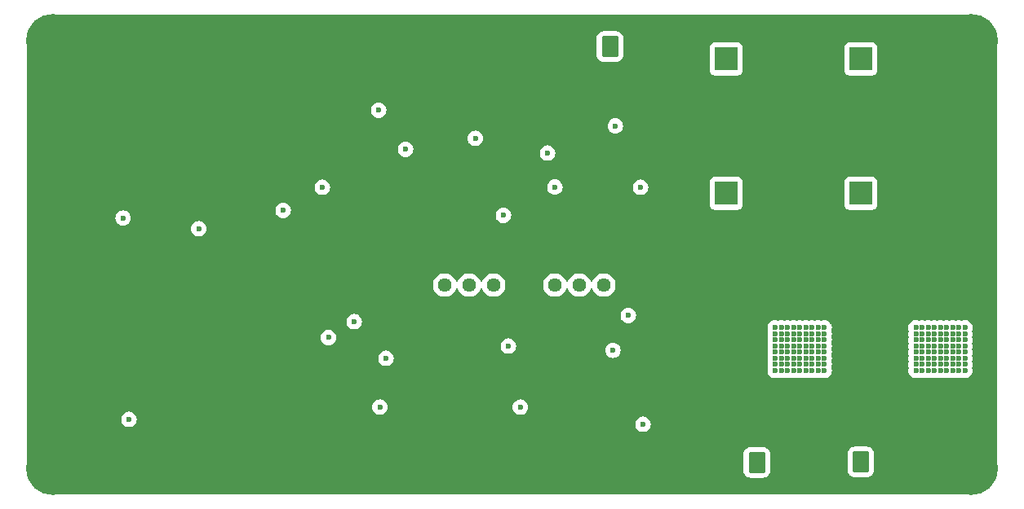
<source format=gbr>
%TF.GenerationSoftware,KiCad,Pcbnew,8.0.1*%
%TF.CreationDate,2024-07-13T13:04:58-04:00*%
%TF.ProjectId,GaN Drain Driver,47614e20-4472-4616-996e-204472697665,v1.0*%
%TF.SameCoordinates,Original*%
%TF.FileFunction,Copper,L2,Inr*%
%TF.FilePolarity,Positive*%
%FSLAX46Y46*%
G04 Gerber Fmt 4.6, Leading zero omitted, Abs format (unit mm)*
G04 Created by KiCad (PCBNEW 8.0.1) date 2024-07-13 13:04:58*
%MOMM*%
%LPD*%
G01*
G04 APERTURE LIST*
G04 Aperture macros list*
%AMRoundRect*
0 Rectangle with rounded corners*
0 $1 Rounding radius*
0 $2 $3 $4 $5 $6 $7 $8 $9 X,Y pos of 4 corners*
0 Add a 4 corners polygon primitive as box body*
4,1,4,$2,$3,$4,$5,$6,$7,$8,$9,$2,$3,0*
0 Add four circle primitives for the rounded corners*
1,1,$1+$1,$2,$3*
1,1,$1+$1,$4,$5*
1,1,$1+$1,$6,$7*
1,1,$1+$1,$8,$9*
0 Add four rect primitives between the rounded corners*
20,1,$1+$1,$2,$3,$4,$5,0*
20,1,$1+$1,$4,$5,$6,$7,0*
20,1,$1+$1,$6,$7,$8,$9,0*
20,1,$1+$1,$8,$9,$2,$3,0*%
G04 Aperture macros list end*
%TA.AperFunction,ComponentPad*%
%ADD10R,2.400000X2.400000*%
%TD*%
%TA.AperFunction,ComponentPad*%
%ADD11C,2.400000*%
%TD*%
%TA.AperFunction,ComponentPad*%
%ADD12RoundRect,0.250000X-0.620000X-0.845000X0.620000X-0.845000X0.620000X0.845000X-0.620000X0.845000X0*%
%TD*%
%TA.AperFunction,ComponentPad*%
%ADD13O,1.740000X2.190000*%
%TD*%
%TA.AperFunction,ComponentPad*%
%ADD14C,5.562600*%
%TD*%
%TA.AperFunction,ComponentPad*%
%ADD15RoundRect,0.250000X0.620000X0.845000X-0.620000X0.845000X-0.620000X-0.845000X0.620000X-0.845000X0*%
%TD*%
%TA.AperFunction,ComponentPad*%
%ADD16C,1.440000*%
%TD*%
%TA.AperFunction,ViaPad*%
%ADD17C,0.600000*%
%TD*%
G04 APERTURE END LIST*
D10*
%TO.N,VCC*%
%TO.C,C20*%
X137795000Y-44450000D03*
D11*
%TO.N,GND*%
X137795000Y-49450000D03*
%TD*%
D10*
%TO.N,VCC*%
%TO.C,C4*%
X123825000Y-44450000D03*
D11*
%TO.N,GND*%
X123825000Y-49450000D03*
%TD*%
D12*
%TO.N,Vd*%
%TO.C,J2*%
X137795000Y-72370000D03*
D13*
%TO.N,GND*%
X140335000Y-72370000D03*
%TD*%
D14*
%TO.N,GND*%
%TO.C,H4*%
X53975000Y-73025000D03*
%TD*%
D10*
%TO.N,VCC*%
%TO.C,C21*%
X123825000Y-30480000D03*
D11*
%TO.N,GND*%
X123825000Y-35480000D03*
%TD*%
D14*
%TO.N,GND*%
%TO.C,H3*%
X149225000Y-73025000D03*
%TD*%
D15*
%TO.N,VCC*%
%TO.C,J4*%
X111760000Y-29190000D03*
D13*
%TO.N,GND*%
X109220000Y-29190000D03*
%TD*%
%TO.N,GND*%
%TO.C,J3*%
X129540000Y-72410000D03*
D12*
%TO.N,Vg*%
X127000000Y-72410000D03*
%TD*%
D10*
%TO.N,VCC*%
%TO.C,C24*%
X137795000Y-30480000D03*
D11*
%TO.N,GND*%
X137795000Y-35480000D03*
%TD*%
D14*
%TO.N,GND*%
%TO.C,H1*%
X149225000Y-28575000D03*
%TD*%
D16*
%TO.N,+3.3V REF*%
%TO.C,RV1*%
X111125000Y-53975000D03*
%TO.N,Net-(U5A-+)*%
X108585000Y-53975000D03*
%TO.N,-3.3V REF*%
X106045000Y-53975000D03*
%TD*%
D14*
%TO.N,GND*%
%TO.C,H2*%
X53975000Y-28575000D03*
%TD*%
D16*
%TO.N,+3.3V REF*%
%TO.C,RV2*%
X99695000Y-53975000D03*
%TO.N,Net-(U6A-+)*%
X97155000Y-53975000D03*
%TO.N,-3.3V REF*%
X94615000Y-53975000D03*
%TD*%
D17*
%TO.N,GND*%
X143510000Y-67310000D03*
X116840000Y-48895000D03*
X116840000Y-44450000D03*
X114300000Y-46355000D03*
X114935000Y-33655000D03*
X117475000Y-40005000D03*
X114935000Y-37465000D03*
X97155000Y-40640000D03*
X97155000Y-42545000D03*
X102870000Y-46355000D03*
X60960000Y-37465000D03*
X68580000Y-37465000D03*
X68580000Y-29210000D03*
X69850000Y-32385000D03*
X126365000Y-60960000D03*
X123825000Y-60960000D03*
X122555000Y-69215000D03*
X72390000Y-52705000D03*
X65405000Y-29210000D03*
X92710000Y-29210000D03*
X65405000Y-71755000D03*
X75565000Y-73025000D03*
X83820000Y-72390000D03*
X91440000Y-73025000D03*
X135255000Y-65405000D03*
X138430000Y-66675000D03*
X147955000Y-67310000D03*
X139700000Y-60960000D03*
X136525000Y-60325000D03*
X118745000Y-59055000D03*
X122555000Y-61595000D03*
X125095000Y-60960000D03*
X125095000Y-64770000D03*
X123825000Y-64770000D03*
X126365000Y-64770000D03*
X122555000Y-64135000D03*
X122555000Y-62865000D03*
X115570000Y-62230000D03*
X116205000Y-65405000D03*
X115570000Y-71755000D03*
X99695000Y-71755000D03*
X106045000Y-71755000D03*
X104140000Y-59690000D03*
X97155000Y-59055000D03*
X92710000Y-64135000D03*
X89535000Y-49530000D03*
X84455000Y-54610000D03*
X56515000Y-52070000D03*
X53340000Y-57785000D03*
X55245000Y-58420000D03*
X53340000Y-64135000D03*
X63500000Y-66040000D03*
X66040000Y-66040000D03*
X68580000Y-66040000D03*
X68580000Y-64135000D03*
X66040000Y-64135000D03*
X58420000Y-57785000D03*
X64770000Y-50165000D03*
X70485000Y-43815000D03*
X65405000Y-45720000D03*
X60960000Y-40640000D03*
X59055000Y-45720000D03*
X59055000Y-41910000D03*
X54610000Y-46990000D03*
X64770000Y-37465000D03*
X77470000Y-29845000D03*
X85090000Y-35814000D03*
X86360000Y-33020000D03*
X105410000Y-35560000D03*
X95250000Y-36830000D03*
X102870000Y-29210000D03*
X97790000Y-32385000D03*
%TO.N,Vd*%
X133350000Y-62865000D03*
X131445000Y-62865000D03*
X128905000Y-62865000D03*
X130810000Y-62865000D03*
X132080000Y-62865000D03*
X130175000Y-62865000D03*
X129540000Y-62865000D03*
X132715000Y-62865000D03*
X133985000Y-62865000D03*
X132715000Y-62230000D03*
X133985000Y-62230000D03*
X130175000Y-62230000D03*
X133350000Y-62230000D03*
X130810000Y-62230000D03*
X129540000Y-62230000D03*
X131445000Y-62230000D03*
X132080000Y-62230000D03*
X128905000Y-62230000D03*
X129540000Y-61595000D03*
X130175000Y-61595000D03*
X133350000Y-61595000D03*
X131445000Y-61595000D03*
X132080000Y-61595000D03*
X128905000Y-61595000D03*
X130810000Y-61595000D03*
X132715000Y-61595000D03*
X133985000Y-61595000D03*
X132715000Y-60960000D03*
X133985000Y-60960000D03*
X129540000Y-60960000D03*
X133350000Y-60960000D03*
X131445000Y-60960000D03*
X130810000Y-60960000D03*
X128905000Y-60960000D03*
X132080000Y-60960000D03*
X130175000Y-60960000D03*
X132080000Y-60325000D03*
X130175000Y-60325000D03*
X133985000Y-60325000D03*
X130810000Y-60325000D03*
X132715000Y-60325000D03*
X128905000Y-60325000D03*
X129540000Y-60325000D03*
X131445000Y-60325000D03*
X133350000Y-60325000D03*
X129540000Y-59690000D03*
X131445000Y-59690000D03*
X133350000Y-59690000D03*
X128905000Y-59690000D03*
X132080000Y-59690000D03*
X133985000Y-59690000D03*
X130810000Y-59690000D03*
X130175000Y-59690000D03*
X132715000Y-59690000D03*
X133350000Y-59055000D03*
X132715000Y-59055000D03*
X133985000Y-59055000D03*
X130810000Y-59055000D03*
X130175000Y-59055000D03*
X129540000Y-59055000D03*
X132080000Y-59055000D03*
X131445000Y-59055000D03*
X128905000Y-59055000D03*
X133985000Y-58420000D03*
X132715000Y-58420000D03*
X133350000Y-58420000D03*
X132080000Y-58420000D03*
X131445000Y-58420000D03*
X130810000Y-58420000D03*
X130175000Y-58420000D03*
X129540000Y-58420000D03*
X128905000Y-58420000D03*
%TO.N,VCC*%
X146050000Y-59055000D03*
X146685000Y-59690000D03*
X147320000Y-59055000D03*
X146685000Y-59055000D03*
X146685000Y-58420000D03*
X147955000Y-58420000D03*
X147955000Y-59690000D03*
X147955000Y-59055000D03*
X148590000Y-59055000D03*
X148590000Y-60325000D03*
X147955000Y-60960000D03*
X147955000Y-60325000D03*
X147320000Y-60325000D03*
X146685000Y-60325000D03*
X146685000Y-60960000D03*
X146050000Y-60325000D03*
X145415000Y-59690000D03*
X145415000Y-60960000D03*
X145415000Y-60325000D03*
X144780000Y-60325000D03*
X144780000Y-59055000D03*
X145415000Y-59055000D03*
X145415000Y-58420000D03*
X144145000Y-58420000D03*
X144145000Y-59690000D03*
X144145000Y-59055000D03*
X143510000Y-59055000D03*
X143510000Y-60325000D03*
X144145000Y-60325000D03*
X144145000Y-60960000D03*
X143510000Y-61595000D03*
X144145000Y-61595000D03*
X144780000Y-61595000D03*
X145415000Y-61595000D03*
X146050000Y-61595000D03*
X146685000Y-61595000D03*
X147320000Y-61595000D03*
X147955000Y-61595000D03*
X148590000Y-61595000D03*
X148590000Y-62865000D03*
X147955000Y-62230000D03*
X147955000Y-62865000D03*
X147320000Y-62865000D03*
X146685000Y-62230000D03*
X146685000Y-62865000D03*
X146050000Y-62865000D03*
X145415000Y-62230000D03*
X145415000Y-62865000D03*
X144780000Y-62865000D03*
X144145000Y-62230000D03*
X144145000Y-62865000D03*
X143510000Y-62865000D03*
X143510000Y-62230000D03*
X144780000Y-62230000D03*
X146050000Y-62230000D03*
X147320000Y-62230000D03*
X148590000Y-62230000D03*
X148590000Y-60960000D03*
X147320000Y-60960000D03*
X146050000Y-60960000D03*
X144780000Y-60960000D03*
X143510000Y-60960000D03*
X143510000Y-59690000D03*
X144780000Y-59690000D03*
X146050000Y-59690000D03*
X147320000Y-59690000D03*
X148590000Y-59690000D03*
X148590000Y-58420000D03*
X147320000Y-58420000D03*
X146050000Y-58420000D03*
X144780000Y-58420000D03*
X143510000Y-58420000D03*
%TO.N,+5V*%
X112064800Y-60756800D03*
%TO.N,GND*%
X103022400Y-54051200D03*
%TO.N,-5V*%
X102463600Y-66675000D03*
%TO.N,Vg*%
X101219000Y-60325000D03*
X105283000Y-40259000D03*
%TO.N,GND*%
X81026000Y-42545000D03*
%TO.N,~{SD}*%
X81915000Y-43815000D03*
X97790000Y-38735000D03*
%TO.N,Net-(U6A-+)*%
X106045000Y-43789600D03*
%TO.N,GND*%
X109855000Y-55880000D03*
X109220000Y-59055000D03*
X108585000Y-43815000D03*
X107950000Y-46355000D03*
%TO.N,VCC*%
X82550000Y-59436000D03*
%TO.N,+5V*%
X61849000Y-67945000D03*
X88519000Y-61595000D03*
X112318800Y-37439600D03*
X114935000Y-43815000D03*
%TO.N,-5V*%
X100711000Y-46736000D03*
X69088000Y-48133000D03*
%TO.N,+5V*%
X77851000Y-46228000D03*
X61244500Y-47020500D03*
%TO.N,+3.3V REF*%
X85217000Y-57785000D03*
%TO.N,Net-(D3-K)*%
X90551000Y-39878000D03*
X87757000Y-35814000D03*
%TO.N,-3.3V REF*%
X113665000Y-57150000D03*
%TO.N,+3.3V REF*%
X115189000Y-68453000D03*
X87884000Y-66675000D03*
%TO.N,GND*%
X98425000Y-67310000D03*
X98425000Y-69850000D03*
X106426000Y-69850000D03*
X110617000Y-67437000D03*
%TD*%
%TA.AperFunction,Conductor*%
%TO.N,GND*%
G36*
X149228472Y-25900695D02*
G01*
X149517507Y-25916927D01*
X149531305Y-25918481D01*
X149813265Y-25966388D01*
X149826821Y-25969482D01*
X150101642Y-26048657D01*
X150114768Y-26053250D01*
X150378994Y-26162696D01*
X150391508Y-26168722D01*
X150641830Y-26307070D01*
X150653603Y-26314468D01*
X150886843Y-26479961D01*
X150897704Y-26488622D01*
X151110964Y-26679202D01*
X151120797Y-26689035D01*
X151311373Y-26902290D01*
X151320042Y-26913162D01*
X151485530Y-27146395D01*
X151492929Y-27158169D01*
X151631273Y-27408484D01*
X151637306Y-27421012D01*
X151746749Y-27685232D01*
X151751342Y-27698357D01*
X151830517Y-27973178D01*
X151833611Y-27986735D01*
X151881516Y-28268684D01*
X151883073Y-28282502D01*
X151899305Y-28571527D01*
X151899500Y-28578480D01*
X151899500Y-73021519D01*
X151899305Y-73028472D01*
X151883073Y-73317497D01*
X151881516Y-73331315D01*
X151833611Y-73613264D01*
X151830517Y-73626821D01*
X151751342Y-73901642D01*
X151746749Y-73914767D01*
X151637306Y-74178987D01*
X151631273Y-74191515D01*
X151492929Y-74441830D01*
X151485530Y-74453604D01*
X151320042Y-74686837D01*
X151311373Y-74697709D01*
X151120797Y-74910964D01*
X151110964Y-74920797D01*
X150897709Y-75111373D01*
X150886837Y-75120042D01*
X150653604Y-75285530D01*
X150641830Y-75292929D01*
X150391515Y-75431273D01*
X150378987Y-75437306D01*
X150114767Y-75546749D01*
X150101642Y-75551342D01*
X149826821Y-75630517D01*
X149813264Y-75633611D01*
X149531315Y-75681516D01*
X149517497Y-75683073D01*
X149228472Y-75699305D01*
X149221519Y-75699500D01*
X53978481Y-75699500D01*
X53971528Y-75699305D01*
X53682502Y-75683073D01*
X53668684Y-75681516D01*
X53386735Y-75633611D01*
X53373178Y-75630517D01*
X53098357Y-75551342D01*
X53085232Y-75546749D01*
X52821012Y-75437306D01*
X52808484Y-75431273D01*
X52558169Y-75292929D01*
X52546395Y-75285530D01*
X52313162Y-75120042D01*
X52302290Y-75111373D01*
X52089035Y-74920797D01*
X52079202Y-74910964D01*
X51888626Y-74697709D01*
X51879961Y-74686843D01*
X51714468Y-74453603D01*
X51707070Y-74441830D01*
X51568726Y-74191515D01*
X51562696Y-74178994D01*
X51453250Y-73914767D01*
X51448657Y-73901642D01*
X51369482Y-73626821D01*
X51366388Y-73613264D01*
X51359773Y-73574331D01*
X51318481Y-73331305D01*
X51316927Y-73317507D01*
X51316225Y-73305001D01*
X125629500Y-73305001D01*
X125629501Y-73305018D01*
X125640000Y-73407796D01*
X125640001Y-73407799D01*
X125681930Y-73534331D01*
X125695186Y-73574334D01*
X125787288Y-73723656D01*
X125911344Y-73847712D01*
X126060666Y-73939814D01*
X126227203Y-73994999D01*
X126329991Y-74005500D01*
X127670008Y-74005499D01*
X127772797Y-73994999D01*
X127939334Y-73939814D01*
X128088656Y-73847712D01*
X128212712Y-73723656D01*
X128304814Y-73574334D01*
X128359999Y-73407797D01*
X128370500Y-73305009D01*
X128370500Y-73265001D01*
X136424500Y-73265001D01*
X136424501Y-73265018D01*
X136435000Y-73367796D01*
X136435001Y-73367799D01*
X136448256Y-73407799D01*
X136490186Y-73534334D01*
X136582288Y-73683656D01*
X136706344Y-73807712D01*
X136855666Y-73899814D01*
X137022203Y-73954999D01*
X137124991Y-73965500D01*
X138465008Y-73965499D01*
X138567797Y-73954999D01*
X138734334Y-73899814D01*
X138883656Y-73807712D01*
X139007712Y-73683656D01*
X139099814Y-73534334D01*
X139154999Y-73367797D01*
X139165500Y-73265009D01*
X139165499Y-71474992D01*
X139154999Y-71372203D01*
X139099814Y-71205666D01*
X139007712Y-71056344D01*
X138883656Y-70932288D01*
X138734334Y-70840186D01*
X138567797Y-70785001D01*
X138567795Y-70785000D01*
X138465010Y-70774500D01*
X137124998Y-70774500D01*
X137124981Y-70774501D01*
X137022203Y-70785000D01*
X137022200Y-70785001D01*
X136855668Y-70840185D01*
X136855663Y-70840187D01*
X136706342Y-70932289D01*
X136582289Y-71056342D01*
X136490187Y-71205663D01*
X136490185Y-71205668D01*
X136462349Y-71289670D01*
X136435001Y-71372203D01*
X136435001Y-71372204D01*
X136435000Y-71372204D01*
X136424500Y-71474983D01*
X136424500Y-73265001D01*
X128370500Y-73265001D01*
X128370499Y-71514992D01*
X128359999Y-71412203D01*
X128304814Y-71245666D01*
X128212712Y-71096344D01*
X128088656Y-70972288D01*
X127939334Y-70880186D01*
X127772797Y-70825001D01*
X127772795Y-70825000D01*
X127670010Y-70814500D01*
X126329998Y-70814500D01*
X126329981Y-70814501D01*
X126227203Y-70825000D01*
X126227200Y-70825001D01*
X126060668Y-70880185D01*
X126060663Y-70880187D01*
X125911342Y-70972289D01*
X125787289Y-71096342D01*
X125695187Y-71245663D01*
X125695186Y-71245666D01*
X125640001Y-71412203D01*
X125640001Y-71412204D01*
X125640000Y-71412204D01*
X125629500Y-71514983D01*
X125629500Y-73305001D01*
X51316225Y-73305001D01*
X51300695Y-73028472D01*
X51300500Y-73021519D01*
X51300500Y-67945003D01*
X61043435Y-67945003D01*
X61063630Y-68124249D01*
X61063631Y-68124254D01*
X61123211Y-68294523D01*
X61219184Y-68447262D01*
X61346738Y-68574816D01*
X61499478Y-68670789D01*
X61669745Y-68730368D01*
X61669750Y-68730369D01*
X61848996Y-68750565D01*
X61849000Y-68750565D01*
X61849004Y-68750565D01*
X62028249Y-68730369D01*
X62028252Y-68730368D01*
X62028255Y-68730368D01*
X62198522Y-68670789D01*
X62351262Y-68574816D01*
X62473075Y-68453003D01*
X114383435Y-68453003D01*
X114403630Y-68632249D01*
X114403631Y-68632254D01*
X114463211Y-68802523D01*
X114559184Y-68955262D01*
X114686738Y-69082816D01*
X114839478Y-69178789D01*
X115009745Y-69238368D01*
X115009750Y-69238369D01*
X115188996Y-69258565D01*
X115189000Y-69258565D01*
X115189004Y-69258565D01*
X115368249Y-69238369D01*
X115368252Y-69238368D01*
X115368255Y-69238368D01*
X115538522Y-69178789D01*
X115691262Y-69082816D01*
X115818816Y-68955262D01*
X115914789Y-68802522D01*
X115974368Y-68632255D01*
X115994565Y-68453000D01*
X115993918Y-68447262D01*
X115974369Y-68273750D01*
X115974368Y-68273745D01*
X115914788Y-68103476D01*
X115818815Y-67950737D01*
X115691262Y-67823184D01*
X115538523Y-67727211D01*
X115368254Y-67667631D01*
X115368249Y-67667630D01*
X115189004Y-67647435D01*
X115188996Y-67647435D01*
X115009750Y-67667630D01*
X115009745Y-67667631D01*
X114839476Y-67727211D01*
X114686737Y-67823184D01*
X114559184Y-67950737D01*
X114463211Y-68103476D01*
X114403631Y-68273745D01*
X114403630Y-68273750D01*
X114383435Y-68452996D01*
X114383435Y-68453003D01*
X62473075Y-68453003D01*
X62478816Y-68447262D01*
X62574789Y-68294522D01*
X62634368Y-68124255D01*
X62636709Y-68103478D01*
X62654565Y-67945003D01*
X62654565Y-67944996D01*
X62634369Y-67765750D01*
X62634368Y-67765745D01*
X62600036Y-67667630D01*
X62574789Y-67595478D01*
X62478816Y-67442738D01*
X62351262Y-67315184D01*
X62198523Y-67219211D01*
X62028254Y-67159631D01*
X62028249Y-67159630D01*
X61849004Y-67139435D01*
X61848996Y-67139435D01*
X61669750Y-67159630D01*
X61669745Y-67159631D01*
X61499476Y-67219211D01*
X61346737Y-67315184D01*
X61219184Y-67442737D01*
X61123211Y-67595476D01*
X61063631Y-67765745D01*
X61063630Y-67765750D01*
X61043435Y-67944996D01*
X61043435Y-67945003D01*
X51300500Y-67945003D01*
X51300500Y-66675003D01*
X87078435Y-66675003D01*
X87098630Y-66854249D01*
X87098631Y-66854254D01*
X87158211Y-67024523D01*
X87230416Y-67139435D01*
X87254184Y-67177262D01*
X87381738Y-67304816D01*
X87534478Y-67400789D01*
X87704745Y-67460368D01*
X87704750Y-67460369D01*
X87883996Y-67480565D01*
X87884000Y-67480565D01*
X87884004Y-67480565D01*
X88063249Y-67460369D01*
X88063252Y-67460368D01*
X88063255Y-67460368D01*
X88233522Y-67400789D01*
X88386262Y-67304816D01*
X88513816Y-67177262D01*
X88609789Y-67024522D01*
X88669368Y-66854255D01*
X88689565Y-66675003D01*
X101658035Y-66675003D01*
X101678230Y-66854249D01*
X101678231Y-66854254D01*
X101737811Y-67024523D01*
X101810016Y-67139435D01*
X101833784Y-67177262D01*
X101961338Y-67304816D01*
X102114078Y-67400789D01*
X102284345Y-67460368D01*
X102284350Y-67460369D01*
X102463596Y-67480565D01*
X102463600Y-67480565D01*
X102463604Y-67480565D01*
X102642849Y-67460369D01*
X102642852Y-67460368D01*
X102642855Y-67460368D01*
X102813122Y-67400789D01*
X102965862Y-67304816D01*
X103093416Y-67177262D01*
X103189389Y-67024522D01*
X103248968Y-66854255D01*
X103269165Y-66675000D01*
X103248968Y-66495745D01*
X103189389Y-66325478D01*
X103093416Y-66172738D01*
X102965862Y-66045184D01*
X102813123Y-65949211D01*
X102642854Y-65889631D01*
X102642849Y-65889630D01*
X102463604Y-65869435D01*
X102463596Y-65869435D01*
X102284350Y-65889630D01*
X102284345Y-65889631D01*
X102114076Y-65949211D01*
X101961337Y-66045184D01*
X101833784Y-66172737D01*
X101737811Y-66325476D01*
X101678231Y-66495745D01*
X101678230Y-66495750D01*
X101658035Y-66674996D01*
X101658035Y-66675003D01*
X88689565Y-66675003D01*
X88689565Y-66675000D01*
X88669368Y-66495745D01*
X88609789Y-66325478D01*
X88513816Y-66172738D01*
X88386262Y-66045184D01*
X88233523Y-65949211D01*
X88063254Y-65889631D01*
X88063249Y-65889630D01*
X87884004Y-65869435D01*
X87883996Y-65869435D01*
X87704750Y-65889630D01*
X87704745Y-65889631D01*
X87534476Y-65949211D01*
X87381737Y-66045184D01*
X87254184Y-66172737D01*
X87158211Y-66325476D01*
X87098631Y-66495745D01*
X87098630Y-66495750D01*
X87078435Y-66674996D01*
X87078435Y-66675003D01*
X51300500Y-66675003D01*
X51300500Y-62865003D01*
X128099435Y-62865003D01*
X128119630Y-63044249D01*
X128119631Y-63044254D01*
X128179211Y-63214523D01*
X128275184Y-63367262D01*
X128402738Y-63494816D01*
X128555478Y-63590789D01*
X128628453Y-63616324D01*
X128725745Y-63650368D01*
X128725750Y-63650369D01*
X128904996Y-63670565D01*
X128905000Y-63670565D01*
X128905004Y-63670565D01*
X129084251Y-63650369D01*
X129084253Y-63650368D01*
X129084255Y-63650368D01*
X129181545Y-63616323D01*
X129251323Y-63612761D01*
X129263455Y-63616324D01*
X129360748Y-63650369D01*
X129539996Y-63670565D01*
X129540000Y-63670565D01*
X129540004Y-63670565D01*
X129719251Y-63650369D01*
X129719253Y-63650368D01*
X129719255Y-63650368D01*
X129816545Y-63616323D01*
X129886323Y-63612761D01*
X129898455Y-63616324D01*
X129995748Y-63650369D01*
X130174996Y-63670565D01*
X130175000Y-63670565D01*
X130175004Y-63670565D01*
X130354251Y-63650369D01*
X130354253Y-63650368D01*
X130354255Y-63650368D01*
X130451545Y-63616323D01*
X130521323Y-63612761D01*
X130533455Y-63616324D01*
X130630748Y-63650369D01*
X130809996Y-63670565D01*
X130810000Y-63670565D01*
X130810004Y-63670565D01*
X130989251Y-63650369D01*
X130989253Y-63650368D01*
X130989255Y-63650368D01*
X131086545Y-63616323D01*
X131156323Y-63612761D01*
X131168455Y-63616324D01*
X131265748Y-63650369D01*
X131444996Y-63670565D01*
X131445000Y-63670565D01*
X131445004Y-63670565D01*
X131624251Y-63650369D01*
X131624253Y-63650368D01*
X131624255Y-63650368D01*
X131721545Y-63616323D01*
X131791323Y-63612761D01*
X131803455Y-63616324D01*
X131900748Y-63650369D01*
X132079996Y-63670565D01*
X132080000Y-63670565D01*
X132080004Y-63670565D01*
X132259251Y-63650369D01*
X132259253Y-63650368D01*
X132259255Y-63650368D01*
X132356545Y-63616323D01*
X132426323Y-63612761D01*
X132438455Y-63616324D01*
X132535748Y-63650369D01*
X132714996Y-63670565D01*
X132715000Y-63670565D01*
X132715004Y-63670565D01*
X132894251Y-63650369D01*
X132894253Y-63650368D01*
X132894255Y-63650368D01*
X132991545Y-63616323D01*
X133061323Y-63612761D01*
X133073455Y-63616324D01*
X133170748Y-63650369D01*
X133349996Y-63670565D01*
X133350000Y-63670565D01*
X133350004Y-63670565D01*
X133529251Y-63650369D01*
X133529253Y-63650368D01*
X133529255Y-63650368D01*
X133626545Y-63616323D01*
X133696323Y-63612761D01*
X133708455Y-63616324D01*
X133805748Y-63650369D01*
X133984996Y-63670565D01*
X133985000Y-63670565D01*
X133985004Y-63670565D01*
X134164249Y-63650369D01*
X134164252Y-63650368D01*
X134164255Y-63650368D01*
X134334522Y-63590789D01*
X134487262Y-63494816D01*
X134614816Y-63367262D01*
X134710789Y-63214522D01*
X134770368Y-63044255D01*
X134790565Y-62865003D01*
X142704435Y-62865003D01*
X142724630Y-63044249D01*
X142724631Y-63044254D01*
X142784211Y-63214523D01*
X142880184Y-63367262D01*
X143007738Y-63494816D01*
X143160478Y-63590789D01*
X143233453Y-63616324D01*
X143330745Y-63650368D01*
X143330750Y-63650369D01*
X143509996Y-63670565D01*
X143510000Y-63670565D01*
X143510004Y-63670565D01*
X143689251Y-63650369D01*
X143689253Y-63650368D01*
X143689255Y-63650368D01*
X143786545Y-63616323D01*
X143856323Y-63612761D01*
X143868455Y-63616324D01*
X143965748Y-63650369D01*
X144144996Y-63670565D01*
X144145000Y-63670565D01*
X144145004Y-63670565D01*
X144324251Y-63650369D01*
X144324253Y-63650368D01*
X144324255Y-63650368D01*
X144421545Y-63616323D01*
X144491323Y-63612761D01*
X144503455Y-63616324D01*
X144600748Y-63650369D01*
X144779996Y-63670565D01*
X144780000Y-63670565D01*
X144780004Y-63670565D01*
X144959251Y-63650369D01*
X144959253Y-63650368D01*
X144959255Y-63650368D01*
X145056545Y-63616323D01*
X145126323Y-63612761D01*
X145138455Y-63616324D01*
X145235748Y-63650369D01*
X145414996Y-63670565D01*
X145415000Y-63670565D01*
X145415004Y-63670565D01*
X145594251Y-63650369D01*
X145594253Y-63650368D01*
X145594255Y-63650368D01*
X145691545Y-63616323D01*
X145761323Y-63612761D01*
X145773455Y-63616324D01*
X145870748Y-63650369D01*
X146049996Y-63670565D01*
X146050000Y-63670565D01*
X146050004Y-63670565D01*
X146229251Y-63650369D01*
X146229253Y-63650368D01*
X146229255Y-63650368D01*
X146326545Y-63616323D01*
X146396323Y-63612761D01*
X146408455Y-63616324D01*
X146505748Y-63650369D01*
X146684996Y-63670565D01*
X146685000Y-63670565D01*
X146685004Y-63670565D01*
X146864251Y-63650369D01*
X146864253Y-63650368D01*
X146864255Y-63650368D01*
X146961545Y-63616323D01*
X147031323Y-63612761D01*
X147043455Y-63616324D01*
X147140748Y-63650369D01*
X147319996Y-63670565D01*
X147320000Y-63670565D01*
X147320004Y-63670565D01*
X147499251Y-63650369D01*
X147499253Y-63650368D01*
X147499255Y-63650368D01*
X147596545Y-63616323D01*
X147666323Y-63612761D01*
X147678455Y-63616324D01*
X147775748Y-63650369D01*
X147954996Y-63670565D01*
X147955000Y-63670565D01*
X147955004Y-63670565D01*
X148134251Y-63650369D01*
X148134253Y-63650368D01*
X148134255Y-63650368D01*
X148231545Y-63616323D01*
X148301323Y-63612761D01*
X148313455Y-63616324D01*
X148410748Y-63650369D01*
X148589996Y-63670565D01*
X148590000Y-63670565D01*
X148590004Y-63670565D01*
X148769249Y-63650369D01*
X148769252Y-63650368D01*
X148769255Y-63650368D01*
X148939522Y-63590789D01*
X149092262Y-63494816D01*
X149219816Y-63367262D01*
X149315789Y-63214522D01*
X149375368Y-63044255D01*
X149395565Y-62865000D01*
X149375369Y-62685750D01*
X149375369Y-62685748D01*
X149341324Y-62588455D01*
X149337761Y-62518677D01*
X149341324Y-62506545D01*
X149375369Y-62409251D01*
X149395565Y-62230003D01*
X149395565Y-62229996D01*
X149375369Y-62050748D01*
X149341324Y-61953455D01*
X149337761Y-61883677D01*
X149341324Y-61871545D01*
X149375369Y-61774251D01*
X149395565Y-61595003D01*
X149395565Y-61594996D01*
X149375369Y-61415748D01*
X149341324Y-61318455D01*
X149337761Y-61248677D01*
X149341324Y-61236545D01*
X149375369Y-61139251D01*
X149395565Y-60960003D01*
X149395565Y-60959996D01*
X149375369Y-60780748D01*
X149341324Y-60683455D01*
X149337761Y-60613677D01*
X149341324Y-60601545D01*
X149375369Y-60504251D01*
X149395565Y-60325003D01*
X149395565Y-60324996D01*
X149375369Y-60145748D01*
X149341324Y-60048455D01*
X149337761Y-59978677D01*
X149341324Y-59966545D01*
X149375369Y-59869251D01*
X149395565Y-59690003D01*
X149395565Y-59689996D01*
X149375369Y-59510748D01*
X149341324Y-59413455D01*
X149337761Y-59343677D01*
X149341324Y-59331545D01*
X149375369Y-59234251D01*
X149395565Y-59055003D01*
X149395565Y-59054996D01*
X149375369Y-58875748D01*
X149341324Y-58778455D01*
X149337761Y-58708677D01*
X149341324Y-58696545D01*
X149375369Y-58599251D01*
X149395565Y-58420003D01*
X149395565Y-58419996D01*
X149375369Y-58240750D01*
X149375368Y-58240745D01*
X149315788Y-58070476D01*
X149276582Y-58008080D01*
X149219816Y-57917738D01*
X149092262Y-57790184D01*
X148939523Y-57694211D01*
X148769254Y-57634631D01*
X148769249Y-57634630D01*
X148590004Y-57614435D01*
X148589996Y-57614435D01*
X148410750Y-57634630D01*
X148410742Y-57634632D01*
X148313454Y-57668675D01*
X148243676Y-57672236D01*
X148231546Y-57668675D01*
X148134257Y-57634632D01*
X148134249Y-57634630D01*
X147955004Y-57614435D01*
X147954996Y-57614435D01*
X147775750Y-57634630D01*
X147775742Y-57634632D01*
X147678454Y-57668675D01*
X147608676Y-57672236D01*
X147596546Y-57668675D01*
X147499257Y-57634632D01*
X147499249Y-57634630D01*
X147320004Y-57614435D01*
X147319996Y-57614435D01*
X147140750Y-57634630D01*
X147140742Y-57634632D01*
X147043454Y-57668675D01*
X146973676Y-57672236D01*
X146961546Y-57668675D01*
X146864257Y-57634632D01*
X146864249Y-57634630D01*
X146685004Y-57614435D01*
X146684996Y-57614435D01*
X146505750Y-57634630D01*
X146505742Y-57634632D01*
X146408454Y-57668675D01*
X146338676Y-57672236D01*
X146326546Y-57668675D01*
X146229257Y-57634632D01*
X146229249Y-57634630D01*
X146050004Y-57614435D01*
X146049996Y-57614435D01*
X145870750Y-57634630D01*
X145870742Y-57634632D01*
X145773454Y-57668675D01*
X145703676Y-57672236D01*
X145691546Y-57668675D01*
X145594257Y-57634632D01*
X145594249Y-57634630D01*
X145415004Y-57614435D01*
X145414996Y-57614435D01*
X145235750Y-57634630D01*
X145235742Y-57634632D01*
X145138454Y-57668675D01*
X145068676Y-57672236D01*
X145056546Y-57668675D01*
X144959257Y-57634632D01*
X144959249Y-57634630D01*
X144780004Y-57614435D01*
X144779996Y-57614435D01*
X144600750Y-57634630D01*
X144600742Y-57634632D01*
X144503454Y-57668675D01*
X144433676Y-57672236D01*
X144421546Y-57668675D01*
X144324257Y-57634632D01*
X144324249Y-57634630D01*
X144145004Y-57614435D01*
X144144996Y-57614435D01*
X143965750Y-57634630D01*
X143965742Y-57634632D01*
X143868454Y-57668675D01*
X143798676Y-57672236D01*
X143786546Y-57668675D01*
X143689257Y-57634632D01*
X143689249Y-57634630D01*
X143510004Y-57614435D01*
X143509996Y-57614435D01*
X143330750Y-57634630D01*
X143330745Y-57634631D01*
X143160476Y-57694211D01*
X143007737Y-57790184D01*
X142880184Y-57917737D01*
X142784211Y-58070476D01*
X142724631Y-58240745D01*
X142724630Y-58240750D01*
X142704435Y-58419996D01*
X142704435Y-58420003D01*
X142724630Y-58599249D01*
X142724632Y-58599257D01*
X142758675Y-58696546D01*
X142762236Y-58766324D01*
X142758675Y-58778454D01*
X142724632Y-58875742D01*
X142724630Y-58875750D01*
X142704435Y-59054996D01*
X142704435Y-59055003D01*
X142724630Y-59234249D01*
X142724632Y-59234257D01*
X142758675Y-59331546D01*
X142762236Y-59401324D01*
X142758675Y-59413454D01*
X142724632Y-59510742D01*
X142724630Y-59510750D01*
X142704435Y-59689996D01*
X142704435Y-59690003D01*
X142724630Y-59869249D01*
X142724632Y-59869257D01*
X142758675Y-59966546D01*
X142762236Y-60036324D01*
X142758675Y-60048454D01*
X142724632Y-60145742D01*
X142724630Y-60145750D01*
X142704435Y-60324996D01*
X142704435Y-60325003D01*
X142724630Y-60504249D01*
X142724632Y-60504257D01*
X142758675Y-60601546D01*
X142762236Y-60671324D01*
X142758675Y-60683454D01*
X142724632Y-60780742D01*
X142724630Y-60780750D01*
X142704435Y-60959996D01*
X142704435Y-60960003D01*
X142724630Y-61139249D01*
X142724632Y-61139257D01*
X142758675Y-61236546D01*
X142762236Y-61306324D01*
X142758675Y-61318454D01*
X142724632Y-61415742D01*
X142724630Y-61415750D01*
X142704435Y-61594996D01*
X142704435Y-61595003D01*
X142724630Y-61774249D01*
X142724632Y-61774257D01*
X142758675Y-61871546D01*
X142762236Y-61941324D01*
X142758675Y-61953454D01*
X142724632Y-62050742D01*
X142724630Y-62050750D01*
X142704435Y-62229996D01*
X142704435Y-62230003D01*
X142724630Y-62409249D01*
X142724632Y-62409257D01*
X142758675Y-62506546D01*
X142762236Y-62576324D01*
X142758675Y-62588454D01*
X142724632Y-62685742D01*
X142724630Y-62685750D01*
X142704435Y-62864996D01*
X142704435Y-62865003D01*
X134790565Y-62865003D01*
X134790565Y-62865000D01*
X134770369Y-62685750D01*
X134770369Y-62685748D01*
X134736324Y-62588455D01*
X134732761Y-62518677D01*
X134736324Y-62506545D01*
X134770369Y-62409251D01*
X134790565Y-62230003D01*
X134790565Y-62229996D01*
X134770369Y-62050748D01*
X134736324Y-61953455D01*
X134732761Y-61883677D01*
X134736324Y-61871545D01*
X134770369Y-61774251D01*
X134790565Y-61595003D01*
X134790565Y-61594996D01*
X134770369Y-61415748D01*
X134736324Y-61318455D01*
X134732761Y-61248677D01*
X134736324Y-61236545D01*
X134770369Y-61139251D01*
X134790565Y-60960003D01*
X134790565Y-60959996D01*
X134770369Y-60780748D01*
X134736324Y-60683455D01*
X134732761Y-60613677D01*
X134736324Y-60601545D01*
X134770369Y-60504251D01*
X134790565Y-60325003D01*
X134790565Y-60324996D01*
X134770369Y-60145748D01*
X134736324Y-60048455D01*
X134732761Y-59978677D01*
X134736324Y-59966545D01*
X134770369Y-59869251D01*
X134790565Y-59690003D01*
X134790565Y-59689996D01*
X134770369Y-59510748D01*
X134736324Y-59413455D01*
X134732761Y-59343677D01*
X134736324Y-59331545D01*
X134770369Y-59234251D01*
X134790565Y-59055003D01*
X134790565Y-59054996D01*
X134770369Y-58875748D01*
X134736324Y-58778455D01*
X134732761Y-58708677D01*
X134736324Y-58696545D01*
X134770369Y-58599251D01*
X134790565Y-58420003D01*
X134790565Y-58419996D01*
X134770369Y-58240750D01*
X134770368Y-58240745D01*
X134710788Y-58070476D01*
X134671582Y-58008080D01*
X134614816Y-57917738D01*
X134487262Y-57790184D01*
X134334523Y-57694211D01*
X134164254Y-57634631D01*
X134164249Y-57634630D01*
X133985004Y-57614435D01*
X133984996Y-57614435D01*
X133805750Y-57634630D01*
X133805742Y-57634632D01*
X133708454Y-57668675D01*
X133638676Y-57672236D01*
X133626546Y-57668675D01*
X133529257Y-57634632D01*
X133529249Y-57634630D01*
X133350004Y-57614435D01*
X133349996Y-57614435D01*
X133170750Y-57634630D01*
X133170742Y-57634632D01*
X133073454Y-57668675D01*
X133003676Y-57672236D01*
X132991546Y-57668675D01*
X132894257Y-57634632D01*
X132894249Y-57634630D01*
X132715004Y-57614435D01*
X132714996Y-57614435D01*
X132535750Y-57634630D01*
X132535742Y-57634632D01*
X132438454Y-57668675D01*
X132368676Y-57672236D01*
X132356546Y-57668675D01*
X132259257Y-57634632D01*
X132259249Y-57634630D01*
X132080004Y-57614435D01*
X132079996Y-57614435D01*
X131900750Y-57634630D01*
X131900742Y-57634632D01*
X131803454Y-57668675D01*
X131733676Y-57672236D01*
X131721546Y-57668675D01*
X131624257Y-57634632D01*
X131624249Y-57634630D01*
X131445004Y-57614435D01*
X131444996Y-57614435D01*
X131265750Y-57634630D01*
X131265742Y-57634632D01*
X131168454Y-57668675D01*
X131098676Y-57672236D01*
X131086546Y-57668675D01*
X130989257Y-57634632D01*
X130989249Y-57634630D01*
X130810004Y-57614435D01*
X130809996Y-57614435D01*
X130630750Y-57634630D01*
X130630742Y-57634632D01*
X130533454Y-57668675D01*
X130463676Y-57672236D01*
X130451546Y-57668675D01*
X130354257Y-57634632D01*
X130354249Y-57634630D01*
X130175004Y-57614435D01*
X130174996Y-57614435D01*
X129995750Y-57634630D01*
X129995742Y-57634632D01*
X129898454Y-57668675D01*
X129828676Y-57672236D01*
X129816546Y-57668675D01*
X129719257Y-57634632D01*
X129719249Y-57634630D01*
X129540004Y-57614435D01*
X129539996Y-57614435D01*
X129360750Y-57634630D01*
X129360742Y-57634632D01*
X129263454Y-57668675D01*
X129193676Y-57672236D01*
X129181546Y-57668675D01*
X129084257Y-57634632D01*
X129084249Y-57634630D01*
X128905004Y-57614435D01*
X128904996Y-57614435D01*
X128725750Y-57634630D01*
X128725745Y-57634631D01*
X128555476Y-57694211D01*
X128402737Y-57790184D01*
X128275184Y-57917737D01*
X128179211Y-58070476D01*
X128119631Y-58240745D01*
X128119630Y-58240750D01*
X128099435Y-58419996D01*
X128099435Y-58420003D01*
X128119630Y-58599249D01*
X128119632Y-58599257D01*
X128153675Y-58696546D01*
X128157236Y-58766324D01*
X128153675Y-58778454D01*
X128119632Y-58875742D01*
X128119630Y-58875750D01*
X128099435Y-59054996D01*
X128099435Y-59055003D01*
X128119630Y-59234249D01*
X128119632Y-59234257D01*
X128153675Y-59331546D01*
X128157236Y-59401324D01*
X128153675Y-59413454D01*
X128119632Y-59510742D01*
X128119630Y-59510750D01*
X128099435Y-59689996D01*
X128099435Y-59690003D01*
X128119630Y-59869249D01*
X128119632Y-59869257D01*
X128153675Y-59966546D01*
X128157236Y-60036324D01*
X128153675Y-60048454D01*
X128119632Y-60145742D01*
X128119630Y-60145750D01*
X128099435Y-60324996D01*
X128099435Y-60325003D01*
X128119630Y-60504249D01*
X128119632Y-60504257D01*
X128153675Y-60601546D01*
X128157236Y-60671324D01*
X128153675Y-60683454D01*
X128119632Y-60780742D01*
X128119630Y-60780750D01*
X128099435Y-60959996D01*
X128099435Y-60960003D01*
X128119630Y-61139249D01*
X128119632Y-61139257D01*
X128153675Y-61236546D01*
X128157236Y-61306324D01*
X128153675Y-61318454D01*
X128119632Y-61415742D01*
X128119630Y-61415750D01*
X128099435Y-61594996D01*
X128099435Y-61595003D01*
X128119630Y-61774249D01*
X128119632Y-61774257D01*
X128153675Y-61871546D01*
X128157236Y-61941324D01*
X128153675Y-61953454D01*
X128119632Y-62050742D01*
X128119630Y-62050750D01*
X128099435Y-62229996D01*
X128099435Y-62230003D01*
X128119630Y-62409249D01*
X128119632Y-62409257D01*
X128153675Y-62506546D01*
X128157236Y-62576324D01*
X128153675Y-62588454D01*
X128119632Y-62685742D01*
X128119630Y-62685750D01*
X128099435Y-62864996D01*
X128099435Y-62865003D01*
X51300500Y-62865003D01*
X51300500Y-61595003D01*
X87713435Y-61595003D01*
X87733630Y-61774249D01*
X87733631Y-61774254D01*
X87793211Y-61944523D01*
X87889184Y-62097262D01*
X88016738Y-62224816D01*
X88169478Y-62320789D01*
X88339745Y-62380368D01*
X88339750Y-62380369D01*
X88518996Y-62400565D01*
X88519000Y-62400565D01*
X88519004Y-62400565D01*
X88698249Y-62380369D01*
X88698252Y-62380368D01*
X88698255Y-62380368D01*
X88868522Y-62320789D01*
X89021262Y-62224816D01*
X89148816Y-62097262D01*
X89244789Y-61944522D01*
X89304368Y-61774255D01*
X89304368Y-61774252D01*
X89304369Y-61774249D01*
X89324565Y-61595003D01*
X89324565Y-61594996D01*
X89304369Y-61415750D01*
X89304368Y-61415745D01*
X89244788Y-61245476D01*
X89178046Y-61139257D01*
X89148816Y-61092738D01*
X89021262Y-60965184D01*
X88868523Y-60869211D01*
X88698254Y-60809631D01*
X88698249Y-60809630D01*
X88519004Y-60789435D01*
X88518996Y-60789435D01*
X88339750Y-60809630D01*
X88339745Y-60809631D01*
X88169476Y-60869211D01*
X88016737Y-60965184D01*
X87889184Y-61092737D01*
X87793211Y-61245476D01*
X87733631Y-61415745D01*
X87733630Y-61415750D01*
X87713435Y-61594996D01*
X87713435Y-61595003D01*
X51300500Y-61595003D01*
X51300500Y-60325003D01*
X100413435Y-60325003D01*
X100433630Y-60504249D01*
X100433631Y-60504254D01*
X100493211Y-60674523D01*
X100565416Y-60789435D01*
X100589184Y-60827262D01*
X100716738Y-60954816D01*
X100869478Y-61050789D01*
X101028182Y-61106322D01*
X101039745Y-61110368D01*
X101039750Y-61110369D01*
X101218996Y-61130565D01*
X101219000Y-61130565D01*
X101219004Y-61130565D01*
X101398249Y-61110369D01*
X101398252Y-61110368D01*
X101398255Y-61110368D01*
X101568522Y-61050789D01*
X101721262Y-60954816D01*
X101848816Y-60827262D01*
X101893088Y-60756803D01*
X111259235Y-60756803D01*
X111279430Y-60936049D01*
X111279431Y-60936054D01*
X111339011Y-61106323D01*
X111359704Y-61139255D01*
X111434984Y-61259062D01*
X111562538Y-61386616D01*
X111715278Y-61482589D01*
X111885545Y-61542168D01*
X111885550Y-61542169D01*
X112064796Y-61562365D01*
X112064800Y-61562365D01*
X112064804Y-61562365D01*
X112244049Y-61542169D01*
X112244052Y-61542168D01*
X112244055Y-61542168D01*
X112414322Y-61482589D01*
X112567062Y-61386616D01*
X112694616Y-61259062D01*
X112790589Y-61106322D01*
X112850168Y-60936055D01*
X112850169Y-60936049D01*
X112870365Y-60756803D01*
X112870365Y-60756796D01*
X112850169Y-60577550D01*
X112850168Y-60577545D01*
X112824521Y-60504251D01*
X112790589Y-60407278D01*
X112694616Y-60254538D01*
X112567062Y-60126984D01*
X112469714Y-60065816D01*
X112414323Y-60031011D01*
X112244054Y-59971431D01*
X112244049Y-59971430D01*
X112064804Y-59951235D01*
X112064796Y-59951235D01*
X111885550Y-59971430D01*
X111885545Y-59971431D01*
X111715276Y-60031011D01*
X111562537Y-60126984D01*
X111434984Y-60254537D01*
X111339011Y-60407276D01*
X111279431Y-60577545D01*
X111279430Y-60577550D01*
X111259235Y-60756796D01*
X111259235Y-60756803D01*
X101893088Y-60756803D01*
X101944789Y-60674522D01*
X102004368Y-60504255D01*
X102004368Y-60504252D01*
X102004369Y-60504249D01*
X102024565Y-60325003D01*
X102024565Y-60324996D01*
X102004369Y-60145750D01*
X102004368Y-60145745D01*
X101997803Y-60126984D01*
X101944789Y-59975478D01*
X101942245Y-59971430D01*
X101878046Y-59869257D01*
X101848816Y-59822738D01*
X101721262Y-59695184D01*
X101568523Y-59599211D01*
X101398254Y-59539631D01*
X101398249Y-59539630D01*
X101219004Y-59519435D01*
X101218996Y-59519435D01*
X101039750Y-59539630D01*
X101039745Y-59539631D01*
X100869476Y-59599211D01*
X100716737Y-59695184D01*
X100589184Y-59822737D01*
X100493211Y-59975476D01*
X100433631Y-60145745D01*
X100433630Y-60145750D01*
X100413435Y-60324996D01*
X100413435Y-60325003D01*
X51300500Y-60325003D01*
X51300500Y-59436003D01*
X81744435Y-59436003D01*
X81764630Y-59615249D01*
X81764631Y-59615254D01*
X81824211Y-59785523D01*
X81847595Y-59822738D01*
X81920184Y-59938262D01*
X82047738Y-60065816D01*
X82200478Y-60161789D01*
X82370745Y-60221368D01*
X82370750Y-60221369D01*
X82549996Y-60241565D01*
X82550000Y-60241565D01*
X82550004Y-60241565D01*
X82729249Y-60221369D01*
X82729252Y-60221368D01*
X82729255Y-60221368D01*
X82899522Y-60161789D01*
X83052262Y-60065816D01*
X83179816Y-59938262D01*
X83275789Y-59785522D01*
X83335368Y-59615255D01*
X83343889Y-59539630D01*
X83355565Y-59436003D01*
X83355565Y-59435996D01*
X83335369Y-59256750D01*
X83335368Y-59256745D01*
X83275788Y-59086476D01*
X83179815Y-58933737D01*
X83052262Y-58806184D01*
X82899523Y-58710211D01*
X82729254Y-58650631D01*
X82729249Y-58650630D01*
X82550004Y-58630435D01*
X82549996Y-58630435D01*
X82370750Y-58650630D01*
X82370745Y-58650631D01*
X82200476Y-58710211D01*
X82047737Y-58806184D01*
X81920184Y-58933737D01*
X81824211Y-59086476D01*
X81764631Y-59256745D01*
X81764630Y-59256750D01*
X81744435Y-59435996D01*
X81744435Y-59436003D01*
X51300500Y-59436003D01*
X51300500Y-57785003D01*
X84411435Y-57785003D01*
X84431630Y-57964249D01*
X84431631Y-57964254D01*
X84491211Y-58134523D01*
X84587184Y-58287262D01*
X84714738Y-58414816D01*
X84867478Y-58510789D01*
X85037745Y-58570368D01*
X85037750Y-58570369D01*
X85216996Y-58590565D01*
X85217000Y-58590565D01*
X85217004Y-58590565D01*
X85396249Y-58570369D01*
X85396252Y-58570368D01*
X85396255Y-58570368D01*
X85566522Y-58510789D01*
X85719262Y-58414816D01*
X85846816Y-58287262D01*
X85942789Y-58134522D01*
X86002368Y-57964255D01*
X86007609Y-57917738D01*
X86022565Y-57785003D01*
X86022565Y-57784996D01*
X86002369Y-57605750D01*
X86002368Y-57605745D01*
X85942788Y-57435476D01*
X85903582Y-57373080D01*
X85846816Y-57282738D01*
X85719262Y-57155184D01*
X85711017Y-57150003D01*
X112859435Y-57150003D01*
X112879630Y-57329249D01*
X112879631Y-57329254D01*
X112939211Y-57499523D01*
X113011416Y-57614435D01*
X113035184Y-57652262D01*
X113162738Y-57779816D01*
X113315478Y-57875789D01*
X113485745Y-57935368D01*
X113485750Y-57935369D01*
X113664996Y-57955565D01*
X113665000Y-57955565D01*
X113665004Y-57955565D01*
X113844249Y-57935369D01*
X113844252Y-57935368D01*
X113844255Y-57935368D01*
X114014522Y-57875789D01*
X114167262Y-57779816D01*
X114294816Y-57652262D01*
X114390789Y-57499522D01*
X114450368Y-57329255D01*
X114455609Y-57282738D01*
X114470565Y-57150003D01*
X114470565Y-57149996D01*
X114450369Y-56970750D01*
X114450368Y-56970745D01*
X114390788Y-56800476D01*
X114294815Y-56647737D01*
X114167262Y-56520184D01*
X114014523Y-56424211D01*
X113844254Y-56364631D01*
X113844249Y-56364630D01*
X113665004Y-56344435D01*
X113664996Y-56344435D01*
X113485750Y-56364630D01*
X113485745Y-56364631D01*
X113315476Y-56424211D01*
X113162737Y-56520184D01*
X113035184Y-56647737D01*
X112939211Y-56800476D01*
X112879631Y-56970745D01*
X112879630Y-56970750D01*
X112859435Y-57149996D01*
X112859435Y-57150003D01*
X85711017Y-57150003D01*
X85566523Y-57059211D01*
X85396254Y-56999631D01*
X85396249Y-56999630D01*
X85217004Y-56979435D01*
X85216996Y-56979435D01*
X85037750Y-56999630D01*
X85037745Y-56999631D01*
X84867476Y-57059211D01*
X84714737Y-57155184D01*
X84587184Y-57282737D01*
X84491211Y-57435476D01*
X84431631Y-57605745D01*
X84431630Y-57605750D01*
X84411435Y-57784996D01*
X84411435Y-57785003D01*
X51300500Y-57785003D01*
X51300500Y-53975001D01*
X93389838Y-53975001D01*
X93408450Y-54187741D01*
X93408452Y-54187752D01*
X93463721Y-54394022D01*
X93463723Y-54394026D01*
X93463724Y-54394030D01*
X93506171Y-54485058D01*
X93553977Y-54587578D01*
X93676472Y-54762521D01*
X93827478Y-54913527D01*
X93827481Y-54913529D01*
X94002419Y-55036021D01*
X94002421Y-55036022D01*
X94002420Y-55036022D01*
X94066936Y-55066106D01*
X94195970Y-55126276D01*
X94402253Y-55181549D01*
X94554215Y-55194844D01*
X94614998Y-55200162D01*
X94615000Y-55200162D01*
X94615002Y-55200162D01*
X94668186Y-55195508D01*
X94827747Y-55181549D01*
X95034030Y-55126276D01*
X95227581Y-55036021D01*
X95402519Y-54913529D01*
X95553529Y-54762519D01*
X95676021Y-54587581D01*
X95766276Y-54394030D01*
X95766280Y-54394013D01*
X95768130Y-54388936D01*
X95770253Y-54389709D01*
X95801576Y-54338305D01*
X95864419Y-54307766D01*
X95933796Y-54316050D01*
X95987680Y-54360528D01*
X96000827Y-54389315D01*
X96001870Y-54388936D01*
X96003722Y-54394022D01*
X96003724Y-54394030D01*
X96046171Y-54485058D01*
X96093977Y-54587578D01*
X96216472Y-54762521D01*
X96367478Y-54913527D01*
X96367481Y-54913529D01*
X96542419Y-55036021D01*
X96542421Y-55036022D01*
X96542420Y-55036022D01*
X96606936Y-55066106D01*
X96735970Y-55126276D01*
X96942253Y-55181549D01*
X97094215Y-55194844D01*
X97154998Y-55200162D01*
X97155000Y-55200162D01*
X97155002Y-55200162D01*
X97208186Y-55195508D01*
X97367747Y-55181549D01*
X97574030Y-55126276D01*
X97767581Y-55036021D01*
X97942519Y-54913529D01*
X98093529Y-54762519D01*
X98216021Y-54587581D01*
X98306276Y-54394030D01*
X98306280Y-54394013D01*
X98308130Y-54388936D01*
X98310253Y-54389709D01*
X98341576Y-54338305D01*
X98404419Y-54307766D01*
X98473796Y-54316050D01*
X98527680Y-54360528D01*
X98540827Y-54389315D01*
X98541870Y-54388936D01*
X98543722Y-54394022D01*
X98543724Y-54394030D01*
X98586171Y-54485058D01*
X98633977Y-54587578D01*
X98756472Y-54762521D01*
X98907478Y-54913527D01*
X98907481Y-54913529D01*
X99082419Y-55036021D01*
X99082421Y-55036022D01*
X99082420Y-55036022D01*
X99146936Y-55066106D01*
X99275970Y-55126276D01*
X99482253Y-55181549D01*
X99634215Y-55194844D01*
X99694998Y-55200162D01*
X99695000Y-55200162D01*
X99695002Y-55200162D01*
X99748186Y-55195508D01*
X99907747Y-55181549D01*
X100114030Y-55126276D01*
X100307581Y-55036021D01*
X100482519Y-54913529D01*
X100633529Y-54762519D01*
X100756021Y-54587581D01*
X100846276Y-54394030D01*
X100901549Y-54187747D01*
X100920162Y-53975001D01*
X104819838Y-53975001D01*
X104838450Y-54187741D01*
X104838452Y-54187752D01*
X104893721Y-54394022D01*
X104893723Y-54394026D01*
X104893724Y-54394030D01*
X104936171Y-54485058D01*
X104983977Y-54587578D01*
X105106472Y-54762521D01*
X105257478Y-54913527D01*
X105257481Y-54913529D01*
X105432419Y-55036021D01*
X105432421Y-55036022D01*
X105432420Y-55036022D01*
X105496936Y-55066106D01*
X105625970Y-55126276D01*
X105832253Y-55181549D01*
X105984215Y-55194844D01*
X106044998Y-55200162D01*
X106045000Y-55200162D01*
X106045002Y-55200162D01*
X106098186Y-55195508D01*
X106257747Y-55181549D01*
X106464030Y-55126276D01*
X106657581Y-55036021D01*
X106832519Y-54913529D01*
X106983529Y-54762519D01*
X107106021Y-54587581D01*
X107196276Y-54394030D01*
X107196280Y-54394013D01*
X107198130Y-54388936D01*
X107200253Y-54389709D01*
X107231576Y-54338305D01*
X107294419Y-54307766D01*
X107363796Y-54316050D01*
X107417680Y-54360528D01*
X107430827Y-54389315D01*
X107431870Y-54388936D01*
X107433722Y-54394022D01*
X107433724Y-54394030D01*
X107476171Y-54485058D01*
X107523977Y-54587578D01*
X107646472Y-54762521D01*
X107797478Y-54913527D01*
X107797481Y-54913529D01*
X107972419Y-55036021D01*
X107972421Y-55036022D01*
X107972420Y-55036022D01*
X108036936Y-55066106D01*
X108165970Y-55126276D01*
X108372253Y-55181549D01*
X108524215Y-55194844D01*
X108584998Y-55200162D01*
X108585000Y-55200162D01*
X108585002Y-55200162D01*
X108638186Y-55195508D01*
X108797747Y-55181549D01*
X109004030Y-55126276D01*
X109197581Y-55036021D01*
X109372519Y-54913529D01*
X109523529Y-54762519D01*
X109646021Y-54587581D01*
X109736276Y-54394030D01*
X109736280Y-54394013D01*
X109738130Y-54388936D01*
X109740253Y-54389709D01*
X109771576Y-54338305D01*
X109834419Y-54307766D01*
X109903796Y-54316050D01*
X109957680Y-54360528D01*
X109970827Y-54389315D01*
X109971870Y-54388936D01*
X109973722Y-54394022D01*
X109973724Y-54394030D01*
X110016171Y-54485058D01*
X110063977Y-54587578D01*
X110186472Y-54762521D01*
X110337478Y-54913527D01*
X110337481Y-54913529D01*
X110512419Y-55036021D01*
X110512421Y-55036022D01*
X110512420Y-55036022D01*
X110576936Y-55066106D01*
X110705970Y-55126276D01*
X110912253Y-55181549D01*
X111064215Y-55194844D01*
X111124998Y-55200162D01*
X111125000Y-55200162D01*
X111125002Y-55200162D01*
X111178186Y-55195508D01*
X111337747Y-55181549D01*
X111544030Y-55126276D01*
X111737581Y-55036021D01*
X111912519Y-54913529D01*
X112063529Y-54762519D01*
X112186021Y-54587581D01*
X112276276Y-54394030D01*
X112331549Y-54187747D01*
X112350162Y-53975000D01*
X112331549Y-53762253D01*
X112276276Y-53555970D01*
X112186021Y-53362419D01*
X112063529Y-53187481D01*
X112063527Y-53187478D01*
X111912521Y-53036472D01*
X111737578Y-52913977D01*
X111737579Y-52913977D01*
X111608547Y-52853809D01*
X111544030Y-52823724D01*
X111544026Y-52823723D01*
X111544022Y-52823721D01*
X111337752Y-52768452D01*
X111337748Y-52768451D01*
X111337747Y-52768451D01*
X111337746Y-52768450D01*
X111337741Y-52768450D01*
X111125002Y-52749838D01*
X111124998Y-52749838D01*
X110912258Y-52768450D01*
X110912247Y-52768452D01*
X110705977Y-52823721D01*
X110705968Y-52823725D01*
X110512421Y-52913977D01*
X110337478Y-53036472D01*
X110186472Y-53187478D01*
X110063977Y-53362421D01*
X109973725Y-53555968D01*
X109971870Y-53561064D01*
X109969749Y-53560292D01*
X109938406Y-53611710D01*
X109875558Y-53642237D01*
X109806183Y-53633939D01*
X109752307Y-53589452D01*
X109739169Y-53560685D01*
X109738130Y-53561064D01*
X109736279Y-53555983D01*
X109736276Y-53555970D01*
X109646021Y-53362419D01*
X109523529Y-53187481D01*
X109523527Y-53187478D01*
X109372521Y-53036472D01*
X109197578Y-52913977D01*
X109197579Y-52913977D01*
X109068547Y-52853809D01*
X109004030Y-52823724D01*
X109004026Y-52823723D01*
X109004022Y-52823721D01*
X108797752Y-52768452D01*
X108797748Y-52768451D01*
X108797747Y-52768451D01*
X108797746Y-52768450D01*
X108797741Y-52768450D01*
X108585002Y-52749838D01*
X108584998Y-52749838D01*
X108372258Y-52768450D01*
X108372247Y-52768452D01*
X108165977Y-52823721D01*
X108165968Y-52823725D01*
X107972421Y-52913977D01*
X107797478Y-53036472D01*
X107646472Y-53187478D01*
X107523977Y-53362421D01*
X107433725Y-53555968D01*
X107431870Y-53561064D01*
X107429749Y-53560292D01*
X107398406Y-53611710D01*
X107335558Y-53642237D01*
X107266183Y-53633939D01*
X107212307Y-53589452D01*
X107199169Y-53560685D01*
X107198130Y-53561064D01*
X107196279Y-53555983D01*
X107196276Y-53555970D01*
X107106021Y-53362419D01*
X106983529Y-53187481D01*
X106983527Y-53187478D01*
X106832521Y-53036472D01*
X106657578Y-52913977D01*
X106657579Y-52913977D01*
X106528547Y-52853809D01*
X106464030Y-52823724D01*
X106464026Y-52823723D01*
X106464022Y-52823721D01*
X106257752Y-52768452D01*
X106257748Y-52768451D01*
X106257747Y-52768451D01*
X106257746Y-52768450D01*
X106257741Y-52768450D01*
X106045002Y-52749838D01*
X106044998Y-52749838D01*
X105832258Y-52768450D01*
X105832247Y-52768452D01*
X105625977Y-52823721D01*
X105625968Y-52823725D01*
X105432421Y-52913977D01*
X105257478Y-53036472D01*
X105106472Y-53187478D01*
X104983977Y-53362421D01*
X104893725Y-53555968D01*
X104893721Y-53555977D01*
X104838452Y-53762247D01*
X104838450Y-53762258D01*
X104819838Y-53974998D01*
X104819838Y-53975001D01*
X100920162Y-53975001D01*
X100920162Y-53975000D01*
X100901549Y-53762253D01*
X100846276Y-53555970D01*
X100756021Y-53362419D01*
X100633529Y-53187481D01*
X100633527Y-53187478D01*
X100482521Y-53036472D01*
X100307578Y-52913977D01*
X100307579Y-52913977D01*
X100178547Y-52853809D01*
X100114030Y-52823724D01*
X100114026Y-52823723D01*
X100114022Y-52823721D01*
X99907752Y-52768452D01*
X99907748Y-52768451D01*
X99907747Y-52768451D01*
X99907746Y-52768450D01*
X99907741Y-52768450D01*
X99695002Y-52749838D01*
X99694998Y-52749838D01*
X99482258Y-52768450D01*
X99482247Y-52768452D01*
X99275977Y-52823721D01*
X99275968Y-52823725D01*
X99082421Y-52913977D01*
X98907478Y-53036472D01*
X98756472Y-53187478D01*
X98633977Y-53362421D01*
X98543725Y-53555968D01*
X98541870Y-53561064D01*
X98539749Y-53560292D01*
X98508406Y-53611710D01*
X98445558Y-53642237D01*
X98376183Y-53633939D01*
X98322307Y-53589452D01*
X98309169Y-53560685D01*
X98308130Y-53561064D01*
X98306279Y-53555983D01*
X98306276Y-53555970D01*
X98216021Y-53362419D01*
X98093529Y-53187481D01*
X98093527Y-53187478D01*
X97942521Y-53036472D01*
X97767578Y-52913977D01*
X97767579Y-52913977D01*
X97638547Y-52853809D01*
X97574030Y-52823724D01*
X97574026Y-52823723D01*
X97574022Y-52823721D01*
X97367752Y-52768452D01*
X97367748Y-52768451D01*
X97367747Y-52768451D01*
X97367746Y-52768450D01*
X97367741Y-52768450D01*
X97155002Y-52749838D01*
X97154998Y-52749838D01*
X96942258Y-52768450D01*
X96942247Y-52768452D01*
X96735977Y-52823721D01*
X96735968Y-52823725D01*
X96542421Y-52913977D01*
X96367478Y-53036472D01*
X96216472Y-53187478D01*
X96093977Y-53362421D01*
X96003725Y-53555968D01*
X96001870Y-53561064D01*
X95999749Y-53560292D01*
X95968406Y-53611710D01*
X95905558Y-53642237D01*
X95836183Y-53633939D01*
X95782307Y-53589452D01*
X95769169Y-53560685D01*
X95768130Y-53561064D01*
X95766279Y-53555983D01*
X95766276Y-53555970D01*
X95676021Y-53362419D01*
X95553529Y-53187481D01*
X95553527Y-53187478D01*
X95402521Y-53036472D01*
X95227578Y-52913977D01*
X95227579Y-52913977D01*
X95098547Y-52853809D01*
X95034030Y-52823724D01*
X95034026Y-52823723D01*
X95034022Y-52823721D01*
X94827752Y-52768452D01*
X94827748Y-52768451D01*
X94827747Y-52768451D01*
X94827746Y-52768450D01*
X94827741Y-52768450D01*
X94615002Y-52749838D01*
X94614998Y-52749838D01*
X94402258Y-52768450D01*
X94402247Y-52768452D01*
X94195977Y-52823721D01*
X94195968Y-52823725D01*
X94002421Y-52913977D01*
X93827478Y-53036472D01*
X93676472Y-53187478D01*
X93553977Y-53362421D01*
X93463725Y-53555968D01*
X93463721Y-53555977D01*
X93408452Y-53762247D01*
X93408450Y-53762258D01*
X93389838Y-53974998D01*
X93389838Y-53975001D01*
X51300500Y-53975001D01*
X51300500Y-48133003D01*
X68282435Y-48133003D01*
X68302630Y-48312249D01*
X68302631Y-48312254D01*
X68362211Y-48482523D01*
X68458184Y-48635262D01*
X68585738Y-48762816D01*
X68738478Y-48858789D01*
X68908745Y-48918368D01*
X68908750Y-48918369D01*
X69087996Y-48938565D01*
X69088000Y-48938565D01*
X69088004Y-48938565D01*
X69267249Y-48918369D01*
X69267252Y-48918368D01*
X69267255Y-48918368D01*
X69437522Y-48858789D01*
X69590262Y-48762816D01*
X69717816Y-48635262D01*
X69813789Y-48482522D01*
X69873368Y-48312255D01*
X69893565Y-48133000D01*
X69873368Y-47953745D01*
X69813789Y-47783478D01*
X69717816Y-47630738D01*
X69590262Y-47503184D01*
X69437523Y-47407211D01*
X69267254Y-47347631D01*
X69267249Y-47347630D01*
X69088004Y-47327435D01*
X69087996Y-47327435D01*
X68908750Y-47347630D01*
X68908745Y-47347631D01*
X68738476Y-47407211D01*
X68585737Y-47503184D01*
X68458184Y-47630737D01*
X68362211Y-47783476D01*
X68302631Y-47953745D01*
X68302630Y-47953750D01*
X68282435Y-48132996D01*
X68282435Y-48133003D01*
X51300500Y-48133003D01*
X51300500Y-47020503D01*
X60438935Y-47020503D01*
X60459130Y-47199749D01*
X60459131Y-47199754D01*
X60518711Y-47370023D01*
X60542078Y-47407211D01*
X60614684Y-47522762D01*
X60742238Y-47650316D01*
X60894978Y-47746289D01*
X61001258Y-47783478D01*
X61065245Y-47805868D01*
X61065250Y-47805869D01*
X61244496Y-47826065D01*
X61244500Y-47826065D01*
X61244504Y-47826065D01*
X61423749Y-47805869D01*
X61423752Y-47805868D01*
X61423755Y-47805868D01*
X61594022Y-47746289D01*
X61746762Y-47650316D01*
X61874316Y-47522762D01*
X61970289Y-47370022D01*
X62029868Y-47199755D01*
X62050065Y-47020500D01*
X62049261Y-47013368D01*
X62029869Y-46841250D01*
X62029868Y-46841245D01*
X61970288Y-46670976D01*
X61898515Y-46556750D01*
X61874316Y-46518238D01*
X61746762Y-46390684D01*
X61740065Y-46386476D01*
X61594023Y-46294711D01*
X61423754Y-46235131D01*
X61423749Y-46235130D01*
X61360492Y-46228003D01*
X77045435Y-46228003D01*
X77065630Y-46407249D01*
X77065631Y-46407254D01*
X77125211Y-46577523D01*
X77183932Y-46670976D01*
X77221184Y-46730262D01*
X77348738Y-46857816D01*
X77501478Y-46953789D01*
X77671745Y-47013368D01*
X77671750Y-47013369D01*
X77850996Y-47033565D01*
X77851000Y-47033565D01*
X77851004Y-47033565D01*
X78030249Y-47013369D01*
X78030252Y-47013368D01*
X78030255Y-47013368D01*
X78200522Y-46953789D01*
X78353262Y-46857816D01*
X78475075Y-46736003D01*
X99905435Y-46736003D01*
X99925630Y-46915249D01*
X99925631Y-46915254D01*
X99985211Y-47085523D01*
X100056988Y-47199754D01*
X100081184Y-47238262D01*
X100208738Y-47365816D01*
X100361478Y-47461789D01*
X100479778Y-47503184D01*
X100531745Y-47521368D01*
X100531750Y-47521369D01*
X100710996Y-47541565D01*
X100711000Y-47541565D01*
X100711004Y-47541565D01*
X100890249Y-47521369D01*
X100890252Y-47521368D01*
X100890255Y-47521368D01*
X101060522Y-47461789D01*
X101213262Y-47365816D01*
X101340816Y-47238262D01*
X101436789Y-47085522D01*
X101496368Y-46915255D01*
X101502840Y-46857815D01*
X101516565Y-46736003D01*
X101516565Y-46735996D01*
X101496369Y-46556750D01*
X101496368Y-46556745D01*
X101444057Y-46407249D01*
X101436789Y-46386478D01*
X101340816Y-46233738D01*
X101213262Y-46106184D01*
X101193542Y-46093793D01*
X101060523Y-46010211D01*
X100890254Y-45950631D01*
X100890249Y-45950630D01*
X100711004Y-45930435D01*
X100710996Y-45930435D01*
X100531750Y-45950630D01*
X100531745Y-45950631D01*
X100361476Y-46010211D01*
X100208737Y-46106184D01*
X100081184Y-46233737D01*
X99985211Y-46386476D01*
X99925631Y-46556745D01*
X99925630Y-46556750D01*
X99905435Y-46735996D01*
X99905435Y-46736003D01*
X78475075Y-46736003D01*
X78480816Y-46730262D01*
X78576789Y-46577522D01*
X78636368Y-46407255D01*
X78638709Y-46386478D01*
X78656565Y-46228003D01*
X78656565Y-46227996D01*
X78636369Y-46048750D01*
X78636368Y-46048745D01*
X78602036Y-45950630D01*
X78576789Y-45878478D01*
X78480816Y-45725738D01*
X78452948Y-45697870D01*
X122124500Y-45697870D01*
X122124501Y-45697876D01*
X122130908Y-45757483D01*
X122181202Y-45892328D01*
X122181206Y-45892335D01*
X122267452Y-46007544D01*
X122267455Y-46007547D01*
X122382664Y-46093793D01*
X122382671Y-46093797D01*
X122517517Y-46144091D01*
X122517516Y-46144091D01*
X122524444Y-46144835D01*
X122577127Y-46150500D01*
X125072872Y-46150499D01*
X125132483Y-46144091D01*
X125267331Y-46093796D01*
X125382546Y-46007546D01*
X125468796Y-45892331D01*
X125519091Y-45757483D01*
X125525500Y-45697873D01*
X125525500Y-45697870D01*
X136094500Y-45697870D01*
X136094501Y-45697876D01*
X136100908Y-45757483D01*
X136151202Y-45892328D01*
X136151206Y-45892335D01*
X136237452Y-46007544D01*
X136237455Y-46007547D01*
X136352664Y-46093793D01*
X136352671Y-46093797D01*
X136487517Y-46144091D01*
X136487516Y-46144091D01*
X136494444Y-46144835D01*
X136547127Y-46150500D01*
X139042872Y-46150499D01*
X139102483Y-46144091D01*
X139237331Y-46093796D01*
X139352546Y-46007546D01*
X139438796Y-45892331D01*
X139489091Y-45757483D01*
X139495500Y-45697873D01*
X139495499Y-43202128D01*
X139489091Y-43142517D01*
X139446987Y-43029631D01*
X139438797Y-43007671D01*
X139438793Y-43007664D01*
X139352547Y-42892455D01*
X139352544Y-42892452D01*
X139237335Y-42806206D01*
X139237328Y-42806202D01*
X139102482Y-42755908D01*
X139102483Y-42755908D01*
X139042883Y-42749501D01*
X139042881Y-42749500D01*
X139042873Y-42749500D01*
X139042864Y-42749500D01*
X136547129Y-42749500D01*
X136547123Y-42749501D01*
X136487516Y-42755908D01*
X136352671Y-42806202D01*
X136352664Y-42806206D01*
X136237455Y-42892452D01*
X136237452Y-42892455D01*
X136151206Y-43007664D01*
X136151202Y-43007671D01*
X136100908Y-43142517D01*
X136094501Y-43202116D01*
X136094501Y-43202123D01*
X136094500Y-43202135D01*
X136094500Y-45697870D01*
X125525500Y-45697870D01*
X125525499Y-43202128D01*
X125519091Y-43142517D01*
X125476987Y-43029631D01*
X125468797Y-43007671D01*
X125468793Y-43007664D01*
X125382547Y-42892455D01*
X125382544Y-42892452D01*
X125267335Y-42806206D01*
X125267328Y-42806202D01*
X125132482Y-42755908D01*
X125132483Y-42755908D01*
X125072883Y-42749501D01*
X125072881Y-42749500D01*
X125072873Y-42749500D01*
X125072864Y-42749500D01*
X122577129Y-42749500D01*
X122577123Y-42749501D01*
X122517516Y-42755908D01*
X122382671Y-42806202D01*
X122382664Y-42806206D01*
X122267455Y-42892452D01*
X122267452Y-42892455D01*
X122181206Y-43007664D01*
X122181202Y-43007671D01*
X122130908Y-43142517D01*
X122124501Y-43202116D01*
X122124501Y-43202123D01*
X122124500Y-43202135D01*
X122124500Y-45697870D01*
X78452948Y-45697870D01*
X78353262Y-45598184D01*
X78200523Y-45502211D01*
X78030254Y-45442631D01*
X78030249Y-45442630D01*
X77851004Y-45422435D01*
X77850996Y-45422435D01*
X77671750Y-45442630D01*
X77671745Y-45442631D01*
X77501476Y-45502211D01*
X77348737Y-45598184D01*
X77221184Y-45725737D01*
X77125211Y-45878476D01*
X77065631Y-46048745D01*
X77065630Y-46048750D01*
X77045435Y-46227996D01*
X77045435Y-46228003D01*
X61360492Y-46228003D01*
X61244504Y-46214935D01*
X61244496Y-46214935D01*
X61065250Y-46235130D01*
X61065245Y-46235131D01*
X60894976Y-46294711D01*
X60742237Y-46390684D01*
X60614684Y-46518237D01*
X60518711Y-46670976D01*
X60459131Y-46841245D01*
X60459130Y-46841250D01*
X60438935Y-47020496D01*
X60438935Y-47020503D01*
X51300500Y-47020503D01*
X51300500Y-43815003D01*
X81109435Y-43815003D01*
X81129630Y-43994249D01*
X81129631Y-43994254D01*
X81189211Y-44164523D01*
X81269224Y-44291862D01*
X81285184Y-44317262D01*
X81412738Y-44444816D01*
X81503080Y-44501582D01*
X81525052Y-44515388D01*
X81565478Y-44540789D01*
X81663156Y-44574968D01*
X81735745Y-44600368D01*
X81735750Y-44600369D01*
X81914996Y-44620565D01*
X81915000Y-44620565D01*
X81915004Y-44620565D01*
X82094249Y-44600369D01*
X82094252Y-44600368D01*
X82094255Y-44600368D01*
X82264522Y-44540789D01*
X82417262Y-44444816D01*
X82544816Y-44317262D01*
X82640789Y-44164522D01*
X82700368Y-43994255D01*
X82720565Y-43815000D01*
X82717703Y-43789603D01*
X105239435Y-43789603D01*
X105259630Y-43968849D01*
X105259631Y-43968854D01*
X105319211Y-44139123D01*
X105415184Y-44291862D01*
X105542738Y-44419416D01*
X105695478Y-44515389D01*
X105865745Y-44574968D01*
X105865750Y-44574969D01*
X106044996Y-44595165D01*
X106045000Y-44595165D01*
X106045004Y-44595165D01*
X106224249Y-44574969D01*
X106224252Y-44574968D01*
X106224255Y-44574968D01*
X106394522Y-44515389D01*
X106547262Y-44419416D01*
X106674816Y-44291862D01*
X106770789Y-44139122D01*
X106830368Y-43968855D01*
X106847703Y-43815003D01*
X114129435Y-43815003D01*
X114149630Y-43994249D01*
X114149631Y-43994254D01*
X114209211Y-44164523D01*
X114289224Y-44291862D01*
X114305184Y-44317262D01*
X114432738Y-44444816D01*
X114523080Y-44501582D01*
X114545052Y-44515388D01*
X114585478Y-44540789D01*
X114683156Y-44574968D01*
X114755745Y-44600368D01*
X114755750Y-44600369D01*
X114934996Y-44620565D01*
X114935000Y-44620565D01*
X114935004Y-44620565D01*
X115114249Y-44600369D01*
X115114252Y-44600368D01*
X115114255Y-44600368D01*
X115284522Y-44540789D01*
X115437262Y-44444816D01*
X115564816Y-44317262D01*
X115660789Y-44164522D01*
X115720368Y-43994255D01*
X115740565Y-43815000D01*
X115737703Y-43789603D01*
X115720369Y-43635750D01*
X115720368Y-43635745D01*
X115660788Y-43465476D01*
X115564815Y-43312737D01*
X115437262Y-43185184D01*
X115284523Y-43089211D01*
X115114254Y-43029631D01*
X115114249Y-43029630D01*
X114935004Y-43009435D01*
X114934996Y-43009435D01*
X114755750Y-43029630D01*
X114755745Y-43029631D01*
X114585476Y-43089211D01*
X114432737Y-43185184D01*
X114305184Y-43312737D01*
X114209211Y-43465476D01*
X114149631Y-43635745D01*
X114149630Y-43635750D01*
X114129435Y-43814996D01*
X114129435Y-43815003D01*
X106847703Y-43815003D01*
X106850565Y-43789600D01*
X106833230Y-43635750D01*
X106830369Y-43610350D01*
X106830368Y-43610345D01*
X106770788Y-43440076D01*
X106674815Y-43287337D01*
X106547262Y-43159784D01*
X106394523Y-43063811D01*
X106224254Y-43004231D01*
X106224249Y-43004230D01*
X106045004Y-42984035D01*
X106044996Y-42984035D01*
X105865750Y-43004230D01*
X105865745Y-43004231D01*
X105695476Y-43063811D01*
X105542737Y-43159784D01*
X105415184Y-43287337D01*
X105319211Y-43440076D01*
X105259631Y-43610345D01*
X105259630Y-43610350D01*
X105239435Y-43789596D01*
X105239435Y-43789603D01*
X82717703Y-43789603D01*
X82700369Y-43635750D01*
X82700368Y-43635745D01*
X82640788Y-43465476D01*
X82544815Y-43312737D01*
X82417262Y-43185184D01*
X82264523Y-43089211D01*
X82094254Y-43029631D01*
X82094249Y-43029630D01*
X81915004Y-43009435D01*
X81914996Y-43009435D01*
X81735750Y-43029630D01*
X81735745Y-43029631D01*
X81565476Y-43089211D01*
X81412737Y-43185184D01*
X81285184Y-43312737D01*
X81189211Y-43465476D01*
X81129631Y-43635745D01*
X81129630Y-43635750D01*
X81109435Y-43814996D01*
X81109435Y-43815003D01*
X51300500Y-43815003D01*
X51300500Y-39878003D01*
X89745435Y-39878003D01*
X89765630Y-40057249D01*
X89765631Y-40057254D01*
X89825211Y-40227523D01*
X89921184Y-40380262D01*
X90048738Y-40507816D01*
X90201478Y-40603789D01*
X90371745Y-40663368D01*
X90371750Y-40663369D01*
X90550996Y-40683565D01*
X90551000Y-40683565D01*
X90551004Y-40683565D01*
X90730249Y-40663369D01*
X90730252Y-40663368D01*
X90730255Y-40663368D01*
X90900522Y-40603789D01*
X91053262Y-40507816D01*
X91180816Y-40380262D01*
X91257008Y-40259003D01*
X104477435Y-40259003D01*
X104497630Y-40438249D01*
X104497631Y-40438254D01*
X104557211Y-40608523D01*
X104653184Y-40761262D01*
X104780738Y-40888816D01*
X104933478Y-40984789D01*
X105103745Y-41044368D01*
X105103750Y-41044369D01*
X105282996Y-41064565D01*
X105283000Y-41064565D01*
X105283004Y-41064565D01*
X105462249Y-41044369D01*
X105462252Y-41044368D01*
X105462255Y-41044368D01*
X105632522Y-40984789D01*
X105785262Y-40888816D01*
X105912816Y-40761262D01*
X106008789Y-40608522D01*
X106068368Y-40438255D01*
X106068369Y-40438249D01*
X106088565Y-40259003D01*
X106088565Y-40258996D01*
X106068369Y-40079750D01*
X106068368Y-40079745D01*
X106008788Y-39909476D01*
X105912815Y-39756737D01*
X105785262Y-39629184D01*
X105632523Y-39533211D01*
X105462254Y-39473631D01*
X105462249Y-39473630D01*
X105283004Y-39453435D01*
X105282996Y-39453435D01*
X105103750Y-39473630D01*
X105103745Y-39473631D01*
X104933476Y-39533211D01*
X104780737Y-39629184D01*
X104653184Y-39756737D01*
X104557211Y-39909476D01*
X104497631Y-40079745D01*
X104497630Y-40079750D01*
X104477435Y-40258996D01*
X104477435Y-40259003D01*
X91257008Y-40259003D01*
X91276789Y-40227522D01*
X91336368Y-40057255D01*
X91336369Y-40057249D01*
X91356565Y-39878003D01*
X91356565Y-39877996D01*
X91336369Y-39698750D01*
X91336368Y-39698745D01*
X91276789Y-39528478D01*
X91180816Y-39375738D01*
X91053262Y-39248184D01*
X91035880Y-39237262D01*
X90900523Y-39152211D01*
X90730254Y-39092631D01*
X90730249Y-39092630D01*
X90551004Y-39072435D01*
X90550996Y-39072435D01*
X90371750Y-39092630D01*
X90371745Y-39092631D01*
X90201476Y-39152211D01*
X90048737Y-39248184D01*
X89921184Y-39375737D01*
X89825211Y-39528476D01*
X89765631Y-39698745D01*
X89765630Y-39698750D01*
X89745435Y-39877996D01*
X89745435Y-39878003D01*
X51300500Y-39878003D01*
X51300500Y-38735003D01*
X96984435Y-38735003D01*
X97004630Y-38914249D01*
X97004631Y-38914254D01*
X97064211Y-39084523D01*
X97106743Y-39152211D01*
X97160184Y-39237262D01*
X97287738Y-39364816D01*
X97440478Y-39460789D01*
X97610745Y-39520368D01*
X97610750Y-39520369D01*
X97789996Y-39540565D01*
X97790000Y-39540565D01*
X97790004Y-39540565D01*
X97969249Y-39520369D01*
X97969252Y-39520368D01*
X97969255Y-39520368D01*
X98139522Y-39460789D01*
X98292262Y-39364816D01*
X98419816Y-39237262D01*
X98515789Y-39084522D01*
X98575368Y-38914255D01*
X98595565Y-38735000D01*
X98575368Y-38555745D01*
X98515789Y-38385478D01*
X98419816Y-38232738D01*
X98292262Y-38105184D01*
X98235336Y-38069415D01*
X98139523Y-38009211D01*
X97969254Y-37949631D01*
X97969249Y-37949630D01*
X97790004Y-37929435D01*
X97789996Y-37929435D01*
X97610750Y-37949630D01*
X97610745Y-37949631D01*
X97440476Y-38009211D01*
X97287737Y-38105184D01*
X97160184Y-38232737D01*
X97064211Y-38385476D01*
X97004631Y-38555745D01*
X97004630Y-38555750D01*
X96984435Y-38734996D01*
X96984435Y-38735003D01*
X51300500Y-38735003D01*
X51300500Y-37439603D01*
X111513235Y-37439603D01*
X111533430Y-37618849D01*
X111533431Y-37618854D01*
X111593011Y-37789123D01*
X111681176Y-37929435D01*
X111688984Y-37941862D01*
X111816538Y-38069416D01*
X111969278Y-38165389D01*
X112139545Y-38224968D01*
X112139550Y-38224969D01*
X112318796Y-38245165D01*
X112318800Y-38245165D01*
X112318804Y-38245165D01*
X112498049Y-38224969D01*
X112498052Y-38224968D01*
X112498055Y-38224968D01*
X112668322Y-38165389D01*
X112821062Y-38069416D01*
X112948616Y-37941862D01*
X113044589Y-37789122D01*
X113104168Y-37618855D01*
X113124365Y-37439600D01*
X113104168Y-37260345D01*
X113044589Y-37090078D01*
X112948616Y-36937338D01*
X112821062Y-36809784D01*
X112668323Y-36713811D01*
X112498054Y-36654231D01*
X112498049Y-36654230D01*
X112318804Y-36634035D01*
X112318796Y-36634035D01*
X112139550Y-36654230D01*
X112139545Y-36654231D01*
X111969276Y-36713811D01*
X111816537Y-36809784D01*
X111688984Y-36937337D01*
X111593011Y-37090076D01*
X111533431Y-37260345D01*
X111533430Y-37260350D01*
X111513235Y-37439596D01*
X111513235Y-37439603D01*
X51300500Y-37439603D01*
X51300500Y-35814003D01*
X86951435Y-35814003D01*
X86971630Y-35993249D01*
X86971631Y-35993254D01*
X87031211Y-36163523D01*
X87127184Y-36316262D01*
X87254738Y-36443816D01*
X87407478Y-36539789D01*
X87577745Y-36599368D01*
X87577750Y-36599369D01*
X87756996Y-36619565D01*
X87757000Y-36619565D01*
X87757004Y-36619565D01*
X87936249Y-36599369D01*
X87936252Y-36599368D01*
X87936255Y-36599368D01*
X88106522Y-36539789D01*
X88259262Y-36443816D01*
X88386816Y-36316262D01*
X88482789Y-36163522D01*
X88542368Y-35993255D01*
X88562565Y-35814000D01*
X88542368Y-35634745D01*
X88482789Y-35464478D01*
X88386816Y-35311738D01*
X88259262Y-35184184D01*
X88106523Y-35088211D01*
X87936254Y-35028631D01*
X87936249Y-35028630D01*
X87757004Y-35008435D01*
X87756996Y-35008435D01*
X87577750Y-35028630D01*
X87577745Y-35028631D01*
X87407476Y-35088211D01*
X87254737Y-35184184D01*
X87127184Y-35311737D01*
X87031211Y-35464476D01*
X86971631Y-35634745D01*
X86971630Y-35634750D01*
X86951435Y-35813996D01*
X86951435Y-35814003D01*
X51300500Y-35814003D01*
X51300500Y-31727870D01*
X122124500Y-31727870D01*
X122124501Y-31727876D01*
X122130908Y-31787483D01*
X122181202Y-31922328D01*
X122181206Y-31922335D01*
X122267452Y-32037544D01*
X122267455Y-32037547D01*
X122382664Y-32123793D01*
X122382671Y-32123797D01*
X122517517Y-32174091D01*
X122517516Y-32174091D01*
X122524444Y-32174835D01*
X122577127Y-32180500D01*
X125072872Y-32180499D01*
X125132483Y-32174091D01*
X125267331Y-32123796D01*
X125382546Y-32037546D01*
X125468796Y-31922331D01*
X125519091Y-31787483D01*
X125525500Y-31727873D01*
X125525500Y-31727870D01*
X136094500Y-31727870D01*
X136094501Y-31727876D01*
X136100908Y-31787483D01*
X136151202Y-31922328D01*
X136151206Y-31922335D01*
X136237452Y-32037544D01*
X136237455Y-32037547D01*
X136352664Y-32123793D01*
X136352671Y-32123797D01*
X136487517Y-32174091D01*
X136487516Y-32174091D01*
X136494444Y-32174835D01*
X136547127Y-32180500D01*
X139042872Y-32180499D01*
X139102483Y-32174091D01*
X139237331Y-32123796D01*
X139352546Y-32037546D01*
X139438796Y-31922331D01*
X139489091Y-31787483D01*
X139495500Y-31727873D01*
X139495499Y-29232128D01*
X139489091Y-29172517D01*
X139438796Y-29037669D01*
X139438795Y-29037668D01*
X139438793Y-29037664D01*
X139352547Y-28922455D01*
X139352544Y-28922452D01*
X139237335Y-28836206D01*
X139237328Y-28836202D01*
X139102482Y-28785908D01*
X139102483Y-28785908D01*
X139042883Y-28779501D01*
X139042881Y-28779500D01*
X139042873Y-28779500D01*
X139042864Y-28779500D01*
X136547129Y-28779500D01*
X136547123Y-28779501D01*
X136487516Y-28785908D01*
X136352671Y-28836202D01*
X136352664Y-28836206D01*
X136237455Y-28922452D01*
X136237452Y-28922455D01*
X136151206Y-29037664D01*
X136151202Y-29037671D01*
X136100908Y-29172517D01*
X136094501Y-29232116D01*
X136094501Y-29232123D01*
X136094500Y-29232135D01*
X136094500Y-31727870D01*
X125525500Y-31727870D01*
X125525499Y-29232128D01*
X125519091Y-29172517D01*
X125468796Y-29037669D01*
X125468795Y-29037668D01*
X125468793Y-29037664D01*
X125382547Y-28922455D01*
X125382544Y-28922452D01*
X125267335Y-28836206D01*
X125267328Y-28836202D01*
X125132482Y-28785908D01*
X125132483Y-28785908D01*
X125072883Y-28779501D01*
X125072881Y-28779500D01*
X125072873Y-28779500D01*
X125072864Y-28779500D01*
X122577129Y-28779500D01*
X122577123Y-28779501D01*
X122517516Y-28785908D01*
X122382671Y-28836202D01*
X122382664Y-28836206D01*
X122267455Y-28922452D01*
X122267452Y-28922455D01*
X122181206Y-29037664D01*
X122181202Y-29037671D01*
X122130908Y-29172517D01*
X122124501Y-29232116D01*
X122124501Y-29232123D01*
X122124500Y-29232135D01*
X122124500Y-31727870D01*
X51300500Y-31727870D01*
X51300500Y-30085001D01*
X110389500Y-30085001D01*
X110389501Y-30085018D01*
X110400000Y-30187796D01*
X110400001Y-30187799D01*
X110455185Y-30354331D01*
X110455186Y-30354334D01*
X110547288Y-30503656D01*
X110671344Y-30627712D01*
X110820666Y-30719814D01*
X110987203Y-30774999D01*
X111089991Y-30785500D01*
X112430008Y-30785499D01*
X112532797Y-30774999D01*
X112699334Y-30719814D01*
X112848656Y-30627712D01*
X112972712Y-30503656D01*
X113064814Y-30354334D01*
X113119999Y-30187797D01*
X113130500Y-30085009D01*
X113130499Y-28294992D01*
X113119999Y-28192203D01*
X113064814Y-28025666D01*
X112972712Y-27876344D01*
X112848656Y-27752288D01*
X112699334Y-27660186D01*
X112532797Y-27605001D01*
X112532795Y-27605000D01*
X112430010Y-27594500D01*
X111089998Y-27594500D01*
X111089981Y-27594501D01*
X110987203Y-27605000D01*
X110987200Y-27605001D01*
X110820668Y-27660185D01*
X110820663Y-27660187D01*
X110671342Y-27752289D01*
X110547289Y-27876342D01*
X110455187Y-28025663D01*
X110455186Y-28025666D01*
X110400001Y-28192203D01*
X110400001Y-28192204D01*
X110400000Y-28192204D01*
X110389500Y-28294983D01*
X110389500Y-30085001D01*
X51300500Y-30085001D01*
X51300500Y-28578480D01*
X51300695Y-28571527D01*
X51304200Y-28509108D01*
X51316927Y-28282490D01*
X51318481Y-28268696D01*
X51366389Y-27986730D01*
X51369482Y-27973178D01*
X51433120Y-27752289D01*
X51448658Y-27698353D01*
X51453250Y-27685232D01*
X51562699Y-27420997D01*
X51568719Y-27408498D01*
X51707076Y-27158159D01*
X51714463Y-27146404D01*
X51879968Y-26913147D01*
X51888614Y-26902304D01*
X52079212Y-26689024D01*
X52089024Y-26679212D01*
X52302304Y-26488614D01*
X52313147Y-26479968D01*
X52546404Y-26314463D01*
X52558159Y-26307076D01*
X52808498Y-26168719D01*
X52820997Y-26162699D01*
X53085236Y-26053248D01*
X53098353Y-26048658D01*
X53373184Y-25969480D01*
X53386730Y-25966389D01*
X53668696Y-25918481D01*
X53682490Y-25916927D01*
X53971528Y-25900695D01*
X53978481Y-25900500D01*
X54040892Y-25900500D01*
X149159108Y-25900500D01*
X149221519Y-25900500D01*
X149228472Y-25900695D01*
G37*
%TD.AperFunction*%
%TD*%
M02*

</source>
